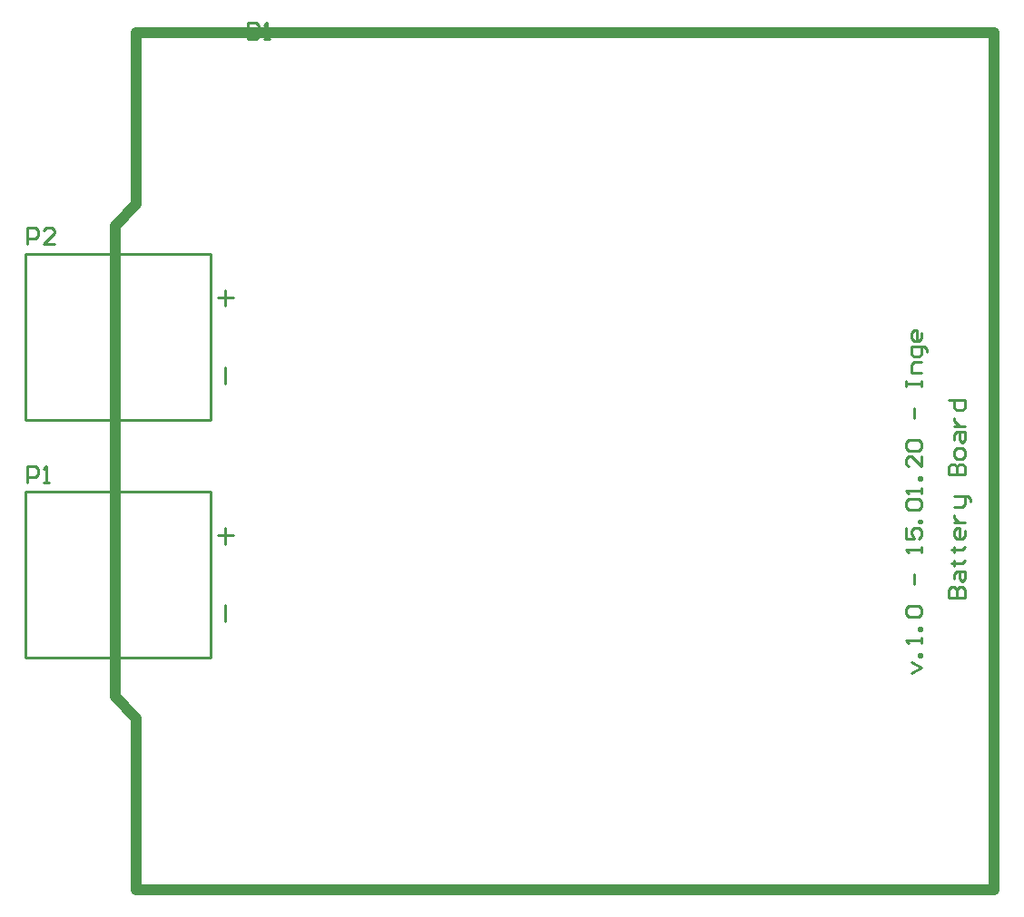
<source format=gto>
G04*
G04 #@! TF.GenerationSoftware,Altium Limited,Altium Designer,20.0.10 (225)*
G04*
G04 Layer_Color=65535*
%FSLAX25Y25*%
%MOIN*%
G70*
G01*
G75*
%ADD10C,0.01000*%
%ADD11C,0.03937*%
D10*
X87598Y127165D02*
Y133071D01*
Y98622D02*
Y104528D01*
X85039Y130315D02*
X90551D01*
X14665Y146260D02*
X82382D01*
X82382Y85236D02*
Y146260D01*
X14469Y85236D02*
Y146260D01*
X14665Y85236D02*
X82382D01*
X14665Y172638D02*
X82382D01*
X14469D02*
Y233661D01*
X82382Y172638D02*
Y233661D01*
X14665D02*
X82382D01*
X85039Y217717D02*
X90551D01*
X87598Y186024D02*
Y191929D01*
Y214567D02*
Y220472D01*
X353333Y107299D02*
X359237D01*
Y110251D01*
X358253Y111235D01*
X357269D01*
X356285Y110251D01*
Y107299D01*
Y110251D01*
X355301Y111235D01*
X354317D01*
X353333Y110251D01*
Y107299D01*
X355301Y114187D02*
Y116155D01*
X356285Y117139D01*
X359237D01*
Y114187D01*
X358253Y113203D01*
X357269Y114187D01*
Y117139D01*
X354317Y120090D02*
X355301D01*
Y119106D01*
Y121074D01*
Y120090D01*
X358253D01*
X359237Y121074D01*
X354317Y125010D02*
X355301D01*
Y124026D01*
Y125994D01*
Y125010D01*
X358253D01*
X359237Y125994D01*
Y131898D02*
Y129930D01*
X358253Y128946D01*
X356285D01*
X355301Y129930D01*
Y131898D01*
X356285Y132881D01*
X357269D01*
Y128946D01*
X355301Y134849D02*
X359237D01*
X357269D01*
X356285Y135833D01*
X355301Y136817D01*
Y137801D01*
Y140753D02*
X358253D01*
X359237Y141737D01*
Y144689D01*
X360221D01*
X361205Y143705D01*
Y142721D01*
X359237Y144689D02*
X355301D01*
X353333Y152560D02*
X359237D01*
Y155512D01*
X358253Y156496D01*
X357269D01*
X356285Y155512D01*
Y152560D01*
Y155512D01*
X355301Y156496D01*
X354317D01*
X353333Y155512D01*
Y152560D01*
X359237Y159448D02*
Y161416D01*
X358253Y162399D01*
X356285D01*
X355301Y161416D01*
Y159448D01*
X356285Y158464D01*
X358253D01*
X359237Y159448D01*
X355301Y165351D02*
Y167319D01*
X356285Y168303D01*
X359237D01*
Y165351D01*
X358253Y164367D01*
X357269Y165351D01*
Y168303D01*
X355301Y170271D02*
X359237D01*
X357269D01*
X356285Y171255D01*
X355301Y172239D01*
Y173223D01*
X353333Y180110D02*
X359237D01*
Y177158D01*
X358253Y176174D01*
X356285D01*
X355301Y177158D01*
Y180110D01*
X339553Y79740D02*
X343489Y81708D01*
X339553Y83676D01*
X343489Y85644D02*
X342505D01*
Y86628D01*
X343489D01*
Y85644D01*
Y90563D02*
Y92531D01*
Y91547D01*
X337585D01*
X338569Y90563D01*
X343489Y95483D02*
X342505D01*
Y96467D01*
X343489D01*
Y95483D01*
X338569Y100403D02*
X337585Y101387D01*
Y103355D01*
X338569Y104339D01*
X342505D01*
X343489Y103355D01*
Y101387D01*
X342505Y100403D01*
X338569D01*
X340537Y112210D02*
Y116146D01*
X343489Y124017D02*
Y125985D01*
Y125001D01*
X337585D01*
X338569Y124017D01*
X337585Y132873D02*
Y128937D01*
X340537D01*
X339553Y130905D01*
Y131889D01*
X340537Y132873D01*
X342505D01*
X343489Y131889D01*
Y129921D01*
X342505Y128937D01*
X343489Y134840D02*
X342505D01*
Y135824D01*
X343489D01*
Y134840D01*
X338569Y139760D02*
X337585Y140744D01*
Y142712D01*
X338569Y143696D01*
X342505D01*
X343489Y142712D01*
Y140744D01*
X342505Y139760D01*
X338569D01*
X343489Y145664D02*
Y147632D01*
Y146648D01*
X337585D01*
X338569Y145664D01*
X343489Y150583D02*
X342505D01*
Y151567D01*
X343489D01*
Y150583D01*
Y159439D02*
Y155503D01*
X339553Y159439D01*
X338569D01*
X337585Y158455D01*
Y156487D01*
X338569Y155503D01*
Y161407D02*
X337585Y162391D01*
Y164358D01*
X338569Y165342D01*
X342505D01*
X343489Y164358D01*
Y162391D01*
X342505Y161407D01*
X338569D01*
X340537Y173214D02*
Y177150D01*
X337585Y185021D02*
Y186989D01*
Y186005D01*
X343489D01*
Y185021D01*
Y186989D01*
Y189941D02*
X339553D01*
Y192893D01*
X340537Y193876D01*
X343489D01*
X345457Y197812D02*
Y198796D01*
X344473Y199780D01*
X339553D01*
Y196828D01*
X340537Y195844D01*
X342505D01*
X343489Y196828D01*
Y199780D01*
Y204700D02*
Y202732D01*
X342505Y201748D01*
X340537D01*
X339553Y202732D01*
Y204700D01*
X340537Y205684D01*
X341521D01*
Y201748D01*
X14921Y237209D02*
Y243207D01*
X17920D01*
X18920Y242207D01*
Y240208D01*
X17920Y239208D01*
X14921D01*
X24918Y237209D02*
X20919D01*
X24918Y241207D01*
Y242207D01*
X23918Y243207D01*
X21919D01*
X20919Y242207D01*
X14948Y149730D02*
Y155728D01*
X17947D01*
X18947Y154728D01*
Y152729D01*
X17947Y151729D01*
X14948D01*
X20946Y149730D02*
X22945D01*
X21946D01*
Y155728D01*
X20946Y154728D01*
X96100Y318698D02*
Y312700D01*
X99099D01*
X100099Y313700D01*
Y314699D01*
X99099Y315699D01*
X96100D01*
X99099D01*
X100099Y316699D01*
Y317698D01*
X99099Y318698D01*
X96100D01*
X102098Y312700D02*
X104097D01*
X103098D01*
Y318698D01*
X102098Y317698D01*
D11*
X55118Y0D02*
X370079D01*
X55118D02*
Y62992D01*
X47244Y70866D02*
X55118Y62992D01*
X47244Y70866D02*
Y244094D01*
X55118Y251969D01*
Y314961D01*
X370079D01*
Y0D02*
Y314961D01*
M02*

</source>
